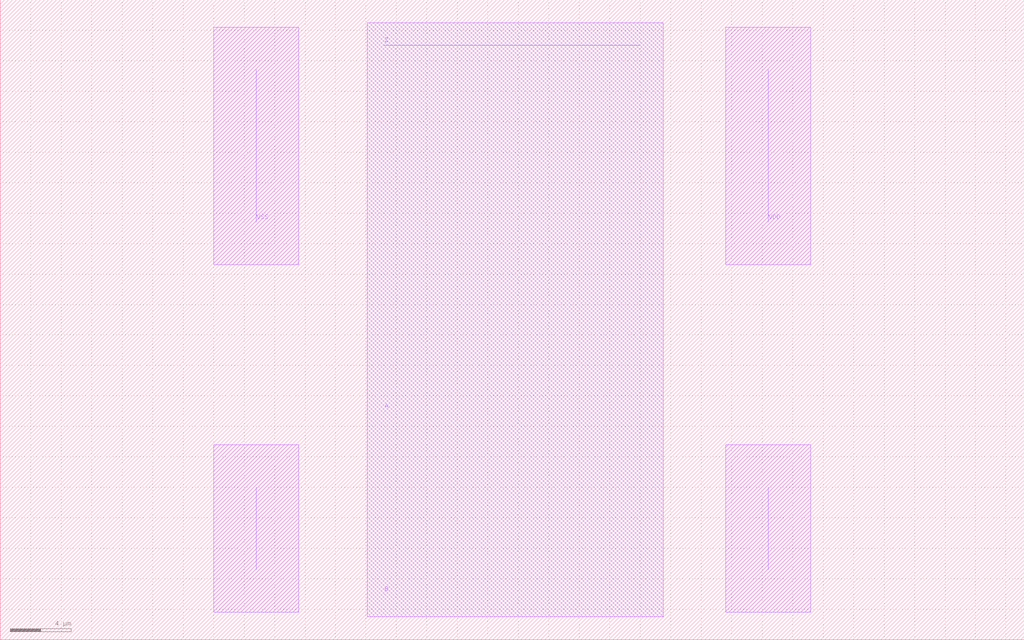
<source format=lef>
MACRO OR2
 FOREIGN OR2S ;
 SIZE 67.2 BY 42 ;
 SYMMETRY X Y ;
 SITE CORE1 ;
 PIN Z DIRECTION OUTPUT ;
 PORT LAYER M2 ;
 PATH 25.2 39 42 39 ;
 END
END Z PIN A DIRECTION INPUT ;
 PORT LAYER M1 ;
 PATH 25.2 15 ;
 END
END A PIN B DIRECTION INPUT ;
 PORT LAYER M1 ;
 PATH 25.2 3 ;
 END
END B PIN VDD DIRECTION INOUT ;
 SHAPE FEEDTHRU ;
 PORT LAYER M1 ;
 WIDTH 5.6 ;
 PATH 50.4 4.6 50.4 10.0 ;
 PATH 50.4 27.4 50.4 37.4 ;
 VIA 50.4 3 C2PW ;
 VIA 50.4 21 C2PW ;
 VIA 50.4 33 C2PW ;
 VIA 50.4 39 C2PW ;
 END
END VDD PIN VSS DIRECTION INOUT ;
 SHAPE FEEDTHRU ;
 PORT LAYER M1 ;
 WIDTH 5.6 ;
 PATH 16.8 4.6 16.8 10.0 ;
 PATH 16.8 27.4 16.8 37.4 ;
 VIA 16.8 3 C2NW ;
 VIA 16.8 15 C2NW ;
 VIA 16.8 21 C2NW ;
 VIA 16.8 33 C2NW ;
 VIA 16.8 39 C2NW ;
 END
END VSS OBS LAYER M1 ;
 RECT 24.1 1.5 43.5 40.5 ;
 END
END OR2

</source>
